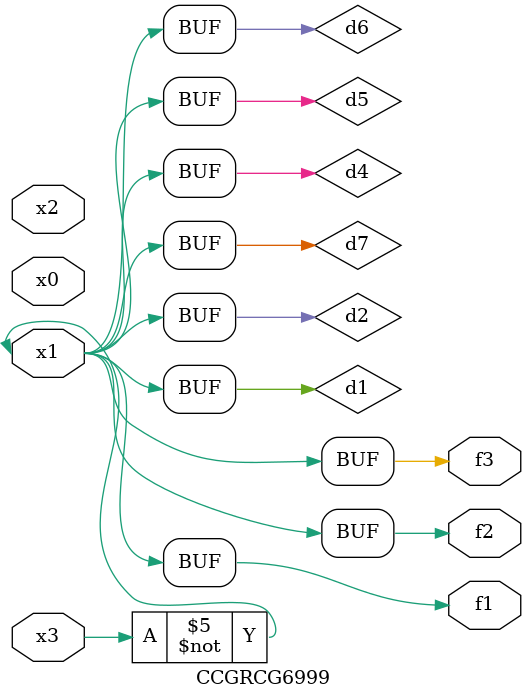
<source format=v>
module CCGRCG6999(
	input x0, x1, x2, x3,
	output f1, f2, f3
);

	wire d1, d2, d3, d4, d5, d6, d7;

	not (d1, x3);
	buf (d2, x1);
	xnor (d3, d1, d2);
	nor (d4, d1);
	buf (d5, d1, d2);
	buf (d6, d4, d5);
	nand (d7, d4);
	assign f1 = d6;
	assign f2 = d7;
	assign f3 = d6;
endmodule

</source>
